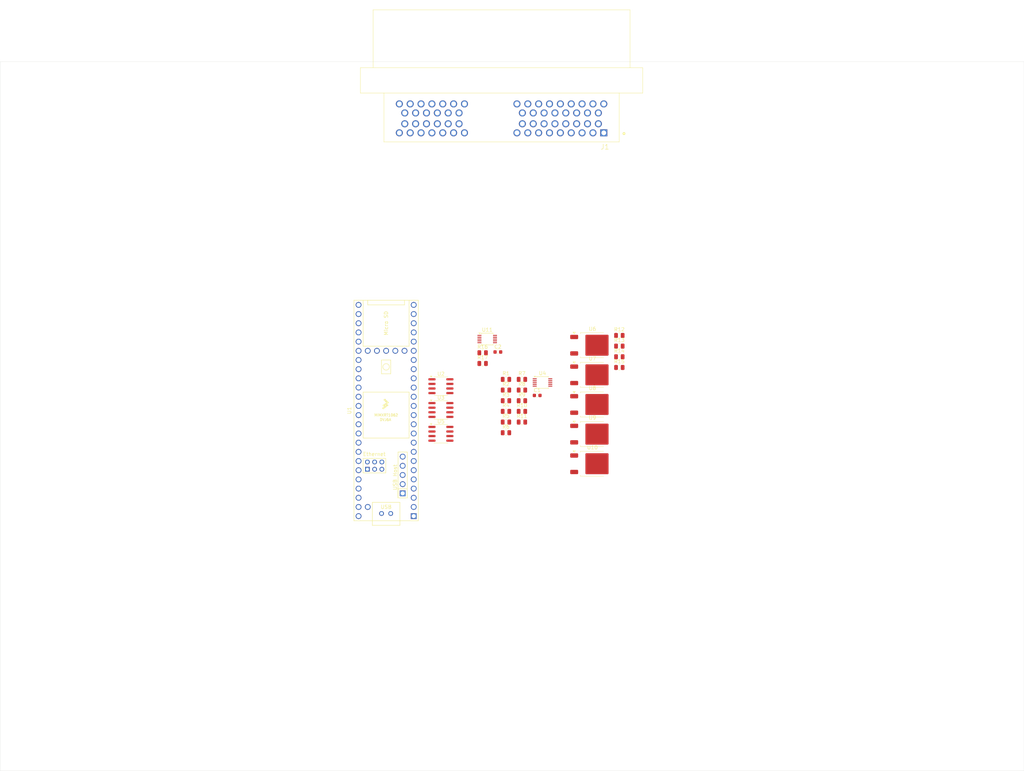
<source format=kicad_pcb>
(kicad_pcb (version 20241229) (generator "pcbnew") (generator_version "9.0")
  (layers (0 "F.Cu" signal) (2 "B.Cu" signal) (13 "F.Paste" user) (15 "B.Paste" user) (5 "F.SilkS" user "F.Silkscreen") (7 "B.SilkS" user "B.Silkscreen") (1 "F.Mask" user) (3 "B.Mask" user) (25 "Edge.Cuts" user))
  (net 0 "")
  (net 1 "3V3")
  (net 2 "ANA_GND")
  (net 3 "BAT_FAN")
  (net 4 "D1")
  (net 5 "GND")
  (net 6 "D2")
  (net 7 "SWITCH_AIR")
  (net 8 "D3")
  (net 9 "BRAKE_LIGHT")
  (net 10 "CANH1")
  (net 11 "CANL1")
  (net 12 "CANH2")
  (net 13 "CANL2")
  (net 14 "Net-(U2-Rs)")
  (net 15 "Net-(U3-Rs)")
  (net 16 "SCL")
  (net 17 "SDA")
  (net 18 "Net-(U5-Rs)")
  (net 19 "CANL3")
  (net 20 "CANH3")
  (net 33 "AIR_RELAYGND")
  (net 45 "ENG_RELAYGND")
  (net 64 "VIN")
  (net 88 "CAN1_TX")
  (net 89 "CAN1_RX")
  (net 91 "CAN2_RX")
  (net 92 "CAN2_TX")
  (net 94 "CAN3_TX")
  (net 96 "CAN3_RX")
  (net 97 "ENG SWITCH")
  (net 98 "AIR SWITCH")
  (net 135 "WS3")
  (net 136 "BRK_PRESS")
  (net 137 "BMS_CAN")
  (net 138 "WS2")
  (net 139 "SUSP4")
  (net 140 "ENG_RLY")
  (net 141 "SUSP2")
  (net 142 "STEER")
  (net 143 "ESC_CAN2")
  (net 144 "WS4")
  (net 145 "APPS2")
  (net 146 "AIR")
  (net 147 "GPOS")
  (net 148 "12V")
  (net 149 "APPS1")
  (net 150 "BRK_LIGHT")
  (net 151 "AMB_TEMP")
  (net 152 "SUSP1")
  (net 153 "SUSP3")
  (net 154 "SWITCH_HY")
  (net 155 "ESC_CAN1")
  (net 156 "WS1")
  (footprint "Package_SO:SOIC-8_3.9x4.9mm_P1.27mm" (layer "F.Cu") (at 118.2675 93.81)
    (property "Reference" "U2" (at 0 -3.4 0) (layer "F.SilkS"))
    (property "Value" "SN65HVD230")
    (fp_line (start 0 -2.56) (end -1.95 -2.56) (stroke (width 0.12)) (layer "F.SilkS"))
    (fp_line (start 0 -2.56) (end 1.95 -2.56) (stroke (width 0.12)) (layer "F.SilkS"))
    (fp_line (start 0 2.56) (end -1.95 2.56) (stroke (width 0.12)) (layer "F.SilkS"))
    (fp_line (start 0 2.56) (end 1.95 2.56) (stroke (width 0.12)) (layer "F.SilkS"))
    (fp_poly (pts (xy -2.7 -2.465) (xy -2.94 -2.795) (xy -2.46 -2.795)) (stroke (width 0.12)) (fill yes) (layer "F.SilkS"))
    (pad "1" smd roundrect (at -2.475 -1.905) (size 1.95 0.6) (layers "F.Cu" "F.Mask" "F.Paste") (net 88 "CAN1_TX"))
    (pad "2" smd roundrect (at -2.475 -0.635) (size 1.95 0.6) (layers "F.Cu" "F.Mask" "F.Paste") (net 2 "ANA_GND"))
    (pad "3" smd roundrect (at -2.475 0.635) (size 1.95 0.6) (layers "F.Cu" "F.Mask" "F.Paste") (net 1 "3V3"))
    (pad "4" smd roundrect (at -2.475 1.905) (size 1.95 0.6) (layers "F.Cu" "F.Mask" "F.Paste") (net 89 "CAN1_RX"))
    (pad "5" smd roundrect (at 2.475 1.905) (size 1.95 0.6) (layers "F.Cu" "F.Mask" "F.Paste"))
    (pad "6" smd roundrect (at 2.475 0.635) (size 1.95 0.6) (layers "F.Cu" "F.Mask" "F.Paste") (net 11 "CANL1"))
    (pad "7" smd roundrect (at 2.475 -0.635) (size 1.95 0.6) (layers "F.Cu" "F.Mask" "F.Paste") (net 10 "CANH1"))
    (pad "8" smd roundrect (at 2.475 -1.905) (size 1.95 0.6) (layers "F.Cu" "F.Mask" "F.Paste") (net 14 "Net-(U2-Rs)"))
  )
  (footprint "Teensy:Teensy41" (layer "F.Cu") (at 103.1268 100.5332 90)
    (property "Reference" "U1" (at 0 -10.16 90) (layer "F.SilkS"))
    (property "Value" "Teensy4.1")
    (fp_line (start 30.48 -8.89) (end 30.48 8.89) (stroke (width 0.15)) (layer "F.SilkS"))
    (fp_line (start -30.48 -8.89) (end 30.48 -8.89) (stroke (width 0.15)) (layer "F.SilkS"))
    (fp_line (start -13.25 -6.3516) (end -17.25 -6.3516) (stroke (width 0.15)) (layer "F.SilkS"))
    (fp_line (start -17.25 -6.3516) (end -17.25 -6.1016) (stroke (width 0.15)) (layer "F.SilkS"))
    (fp_line (start 30.48 -6.35) (end 17.78 -6.35) (stroke (width 0.15)) (layer "F.SilkS"))
    (fp_line (start 17.78 -6.35) (end 17.78 6.35) (stroke (width 0.15)) (layer "F.SilkS"))
    (fp_line (start 5.08 -6.35) (end -7.62 -6.35) (stroke (width 0.15)) (layer "F.SilkS"))
    (fp_line (start -7.62 -6.35) (end -7.62 6.35) (stroke (width 0.15)) (layer "F.SilkS"))
    (fp_line (start -17.25 -6.1016) (end -17.25 -0.1016) (stroke (width 0.15)) (layer "F.SilkS"))
    (fp_line (start 30.48 -5.08) (end 29.21 -5.08) (stroke (width 0.15)) (layer "F.SilkS"))
    (fp_line (start 29.21 -5.08) (end 29.21 5.08) (stroke (width 0.15)) (layer "F.SilkS"))
    (fp_line (start -25.4 -3.81) (end -30.48 -3.81) (stroke (width 0.15)) (layer "F.SilkS"))
    (fp_line (start -31.75 -3.81) (end -30.48 -3.81) (stroke (width 0.15)) (layer "F.SilkS"))
    (fp_line (start 13.97 -1.27) (end 13.97 1.27) (stroke (width 0.15)) (layer "F.SilkS"))
    (fp_line (start 10.16 -1.27) (end 13.97 -1.27) (stroke (width 0.15)) (layer "F.SilkS"))
    (fp_line (start -13.25 -0.1016) (end -13.25 -6.3516) (stroke (width 0.15)) (layer "F.SilkS"))
    (fp_line (start -17.25 -0.1016) (end -13.25 -0.1016) (stroke (width 0.15)) (layer "F.SilkS"))
    (fp_line (start 13.97 1.27) (end 10.16 1.27) (stroke (width 0.15)) (layer "F.SilkS"))
    (fp_line (start 10.16 1.27) (end 10.16 -1.27) (stroke (width 0.15)) (layer "F.SilkS"))
    (fp_line (start -11.4808 3.2992) (end -11.4808 5.8392) (stroke (width 0.15)) (layer "F.SilkS"))
    (fp_line (start -21.6408 3.2992) (end -21.6408 5.8392) (stroke (width 0.15)) (layer "F.SilkS"))
    (fp_line (start -24.1808 3.2992) (end -11.4808 3.2992) (stroke (width 0.15)) (layer "F.SilkS"))
    (fp_line (start -24.1808 3.2992) (end -21.6408 3.2992) (stroke (width 0.15)) (layer "F.SilkS"))
    (fp_line (start -25.4 3.81) (end -25.4 -3.81) (stroke (width 0.15)) (layer "F.SilkS"))
    (fp_line (start -25.4 3.81) (end -30.48 3.81) (stroke (width 0.15)) (layer "F.SilkS"))
    (fp_line (start -30.48 3.81) (end -31.75 3.81) (stroke (width 0.15)) (layer "F.SilkS"))
    (fp_line (start -31.75 3.81) (end -31.75 -3.81) (stroke (width 0.15)) (layer "F.SilkS"))
    (fp_line (start 29.21 5.08) (end 30.48 5.08) (stroke (width 0.15)) (layer "F.SilkS"))
    (fp_line (start -11.4808 5.8392) (end -24.1808 5.8392) (stroke (width 0.15)) (layer "F.SilkS"))
    (fp_line (start -24.1808 5.8392) (end -24.1808 3.2992) (stroke (width 0.15)) (layer "F.SilkS"))
    (fp_line (start 17.78 6.35) (end 30.48 6.35) (stroke (width 0.15)) (layer "F.SilkS"))
    (fp_line (start 5.08 6.35) (end 5.08 -6.35) (stroke (width 0.15)) (layer "F.SilkS"))
    (fp_line (start -7.62 6.35) (end 5.08 6.35) (stroke (width 0.15)) (layer "F.SilkS"))
    (fp_line (start 30.48 8.89) (end -30.48 8.89) (stroke (width 0.15)) (layer "F.SilkS"))
    (fp_line (start -30.48 8.89) (end -30.48 -8.89) (stroke (width 0.15)) (layer "F.SilkS"))
    (fp_circle (center 12.065 0) (end 12.7 -0.635) (stroke (width 0.15)) (fill no) (layer "F.SilkS"))
    (fp_poly (pts (xy 0.911 -0.688) (xy 0.657 -0.434) (xy 0.403 -0.815) (xy 0.657 -1.069)) (stroke (width 0.1)) (fill yes) (layer "F.SilkS"))
    (fp_poly (pts (xy 1.673 -0.561) (xy 1.419 -0.307) (xy 1.165 -0.688) (xy 1.419 -0.942)) (stroke (width 0.1)) (fill yes) (layer "F.SilkS"))
    (fp_poly (pts (xy 3.197 -0.307) (xy 2.943 -0.053) (xy 2.689 -0.434) (xy 2.943 -0.688)) (stroke (width 0.1)) (fill yes) (layer "F.SilkS"))
    (fp_poly (pts (xy 1.292 -0.18) (xy 1.038 0.074) (xy 0.784 -0.307) (xy 1.038 -0.561)) (stroke (width 0.1)) (fill yes) (layer "F.SilkS"))
    (fp_poly (pts (xy 2.054 -0.053) (xy 1.8 0.201) (xy 1.546 -0.18) (xy 1.8 -0.434)) (stroke (width 0.1)) (fill yes) (layer "F.SilkS"))
    (fp_poly (pts (xy 2.816 0.074) (xy 2.562 0.328) (xy 2.308 -0.053) (xy 2.562 -0.307)) (stroke (width 0.1)) (fill yes) (layer "F.SilkS"))
    (fp_poly (pts (xy 1.673 0.328) (xy 1.419 0.582) (xy 1.165 0.201) (xy 1.419 -0.053)) (stroke (width 0.1)) (fill yes) (layer "F.SilkS"))
    (fp_poly (pts (xy 2.435 0.455) (xy 2.181 0.709) (xy 1.927 0.328) (xy 2.181 0.074)) (stroke (width 0.1)) (fill yes) (layer "F.SilkS"))
    (fp_text user "Ethernet" (at -12.065 -3.2766 0) (layer "F.SilkS"))
    (fp_text user "DVJ6A" (at -2.54 -0.18 0) (layer "F.SilkS") (effects (font (size 0.7 0.7))))
    (fp_text user "USB" (at -26.67 0 0) (layer "F.SilkS"))
    (fp_text user "USB Host" (at -18.4658 2.4892 90) (layer "F.SilkS"))
    (fp_text user "Micro SD" (at 24.13 0 90) (layer "F.SilkS"))
    (fp_text user "MIMXRT1062" (at -1.27 0 0) (layer "F.SilkS") (effects (font (size 0.7 0.7))))
    (pad "1" thru_hole rect (at -29.21 7.62 90) (size 1.6 1.6) (drill 1.1) (layers "*.Cu" "*.Mask") (net 5 "GND"))
    (pad "2" thru_hole circle (at -26.67 7.62 90) (size 1.6 1.6) (drill 1.1) (layers "*.Cu" "*.Mask"))
    (pad "3" thru_hole circle (at -24.13 7.62 90) (size 1.6 1.6) (drill 1.1) (layers "*.Cu" "*.Mask"))
    (pad "4" thru_hole circle (at -21.59 7.62 90) (size 1.6 1.6) (drill 1.1) (layers "*.Cu" "*.Mask"))
    (pad "5" thru_hole circle (at -19.05 7.62 90) (size 1.6 1.6) (drill 1.1) (layers "*.Cu" "*.Mask"))
    (pad "6" thru_hole circle (at -16.51 7.62 90) (size 1.6 1.6) (drill 1.1) (layers "*.Cu" "*.Mask"))
    (pad "7" thru_hole circle (at -13.97 7.62 90) (size 1.6 1.6) (drill 1.1) (layers "*.Cu" "*.Mask"))
    (pad "8" thru_hole circle (at -11.43 7.62 90) (size 1.6 1.6) (drill 1.1) (layers "*.Cu" "*.Mask"))
    (pad "9" thru_hole circle (at -8.89 7.62 90) (size 1.6 1.6) (drill 1.1) (layers "*.Cu" "*.Mask"))
    (pad "10" thru_hole circle (at -6.35 7.62 90) (size 1.6 1.6) (drill 1.1) (layers "*.Cu" "*.Mask"))
    (pad "11" thru_hole circle (at -3.81 7.62 90) (size 1.6 1.6) (drill 1.1) (layers "*.Cu" "*.Mask"))
    (pad "12" thru_hole circle (at -1.27 7.62 90) (size 1.6 1.6) (drill 1.1) (layers "*.Cu" "*.Mask"))
    (pad "13" thru_hole circle (at 1.27 7.62 90) (size 1.6 1.6) (drill 1.1) (layers "*.Cu" "*.Mask"))
    (pad "14" thru_hole circle (at 3.81 7.62 90) (size 1.6 1.6) (drill 1.1) (layers "*.Cu" "*.Mask"))
    (pad "15" thru_hole circle (at 6.35 7.62 90) (size 1.6 1.6) (drill 1.1) (layers "*.Cu" "*.Mask"))
    (pad "16" thru_hole circle (at 8.89 7.62 90) (size 1.6 1.6) (drill 1.1) (layers "*.Cu" "*.Mask"))
    (pad "17" thru_hole circle (at 11.43 7.62 90) (size 1.6 1.6) (drill 1.1) (layers "*.Cu" "*.Mask"))
    (pad "18" thru_hole circle (at 13.97 7.62 90) (size 1.6 1.6) (drill 1.1) (layers "*.Cu" "*.Mask"))
    (pad "19" thru_hole circle (at 16.51 7.62 90) (size 1.6 1.6) (drill 1.1) (layers "*.Cu" "*.Mask"))
    (pad "20" thru_hole circle (at 19.05 7.62 90) (size 1.6 1.6) (drill 1.1) (layers "*.Cu" "*.Mask"))
    (pad "21" thru_hole circle (at 21.59 7.62 90) (size 1.6 1.6) (drill 1.1) (layers "*.Cu" "*.Mask"))
    (pad "22" thru_hole circle (at 24.13 7.62 90) (size 1.6 1.6) (drill 1.1) (layers "*.Cu" "*.Mask"))
    (pad "23" thru_hole circle (at 26.67 7.62 90) (size 1.6 1.6) (drill 1.1) (layers "*.Cu" "*.Mask"))
    (pad "24" thru_hole circle (at 29.21 7.62 90) (size 1.6 1.6) (drill 1.1) (layers "*.Cu" "*.Mask"))
    (pad "25" thru_hole circle (at 29.21 -7.62 90) (size 1.6 1.6) (drill 1.1) (layers "*.Cu" "*.Mask"))
    (pad "26" thru_hole circle (at 26.67 -7.62 90) (size 1.6 1.6) (drill 1.1) (layers "*.Cu" "*.Mask"))
    (pad "27" thru_hole circle (at 24.13 -7.62 90) (size 1.6 1.6) (drill 1.1) (layers "*.Cu" "*.Mask"))
    (pad "28" thru_hole circle (at 21.59 -7.62 90) (size 1.6 1.6) (drill 1.1) (layers "*.Cu" "*.Mask"))
    (pad "29" thru_hole circle (at 19.05 -7.62 90) (size 1.6 1.6) (drill 1.1) (layers "*.Cu" "*.Mask"))
    (pad "30" thru_hole circle (at 16.51 -7.62 90) (size 1.6 1.6) (drill 1.1) (layers "*.Cu" "*.Mask"))
    (pad "31" thru_hole circle (at 13.97 -7.62 90) (size 1.6 1.6) (drill 1.1) (layers "*.Cu" "*.Mask"))
    (pad "32" thru_hole circle (at 11.43 -7.62 90) (size 1.6 1.6) (drill 1.1) (layers "*.Cu" "*.Mask"))
    (pad "33" thru_hole circle (at 8.89 -7.62 90) (size 1.6 1.6) (drill 1.1) (layers "*.Cu" "*.Mask"))
    (pad "34" thru_hole circle (at 6.35 -7.62 90) (size 1.6 1.6) (drill 1.1) (layers "*.Cu" "*.Mask"))
    (pad "35" thru_hole circle (at 3.81 -7.62 90) (size 1.6 1.6) (drill 1.1) (layers "*.Cu" "*.Mask"))
    (pad "36" thru_hole circle (at 1.27 -7.62 90) (size 1.6 1.6) (drill 1.1) (layers "*.Cu" "*.Mask"))
    (pad "37" thru_hole circle (at -1.27 -7.62 90) (size 1.6 1.6) (drill 1.1) (layers "*.Cu" "*.Mask"))
    (pad "38" thru_hole circle (at -3.81 -7.62 90) (size 1.6 1.6) (drill 1.1) (layers "*.Cu" "*.Mask"))
    (pad "39" thru_hole circle (at -6.35 -7.62 90) (size 1.6 1.6) (drill 1.1) (layers "*.Cu" "*.Mask"))
    (pad "40" thru_hole circle (at -8.89 -7.62 90) (size 1.6 1.6) (drill 1.1) (layers "*.Cu" "*.Mask"))
    (pad "41" thru_hole circle (at -11.43 -7.62 90) (size 1.6 1.6) (drill 1.1) (layers "*.Cu" "*.Mask"))
    (pad "42" thru_hole circle (at -13.97 -7.62 90) (size 1.6 1.6) (drill 1.1) (layers "*.Cu" "*.Mask"))
    (pad "43" thru_hole circle (at -16.51 -7.62 90) (size 1.6 1.6) (drill 1.1) (layers "*.Cu" "*.Mask"))
    (pad "44" thru_hole circle (at -19.05 -7.62 90) (size 1.6 1.6) (drill 1.1) (layers "*.Cu" "*.Mask"))
    (pad "45" thru_hole circle (at -21.59 -7.62 90) (size 1.6 1.6) (drill 1.1) (layers "*.Cu" "*.Mask"))
    (pad "46" thru_hole circle (at -24.13 -7.62 90) (size 1.6 1.6) (drill 1.1) (layers "*.Cu" "*.Mask") (net 1 "3V3"))
    (pad "47" thru_hole circle (at -26.67 -7.62 90) (size 1.6 1.6) (drill 1.1) (layers "*.Cu" "*.Mask") (net 5 "GND"))
    (pad "48" thru_hole circle (at -29.21 -7.62 90) (size 1.6 1.6) (drill 1.1) (layers "*.Cu" "*.Mask") (net 64 "VIN"))
    (pad "49" thru_hole circle (at -26.67 -5.08 90) (size 1.6 1.6) (drill 1.1) (layers "*.Cu" "*.Mask"))
    (pad "50" thru_hole circle (at 16.51 5.08 90) (size 1.6 1.6) (drill 1.1) (layers "*.Cu" "*.Mask"))
    (pad "51" thru_hole circle (at 16.51 2.54 90) (size 1.6 1.6) (drill 1.1) (layers "*.Cu" "*.Mask"))
    (pad "52" thru_hole circle (at 16.51 0 90) (size 1.6 1.6) (drill 1.1) (layers "*.Cu" "*.Mask"))
    (pad "53" thru_hole circle (at 16.51 -2.54 90) (size 1.6 1.6) (drill 1.1) (layers "*.Cu" "*.Mask"))
    (pad "54" thru_hole circle (at 16.51 -5.08 90) (size 1.6 1.6) (drill 1.1) (layers "*.Cu" "*.Mask"))
    (pad "55" thru_hole rect (at -22.9108 4.5692 90) (size 1.6 1.6) (drill 1.1) (layers "*.Cu" "*.Mask"))
    (pad "56" thru_hole circle (at -20.3708 4.5692 90) (size 1.6 1.6) (drill 1.1) (layers "*.Cu" "*.Mask"))
    (pad "57" thru_hole circle (at -17.8308 4.5692 90) (size 1.6 1.6) (drill 1.1) (layers "*.Cu" "*.Mask"))
    (pad "58" thru_hole circle (at -15.2908 4.5692 90) (size 1.6 1.6) (drill 1.1) (layers "*.Cu" "*.Mask"))
    (pad "59" thru_hole circle (at -12.7508 4.5692 90) (size 1.6 1.6) (drill 1.1) (layers "*.Cu" "*.Mask"))
    (pad "60" thru_hole rect (at -16.24 -5.1816 90) (size 1.3 1.3) (drill 0.8) (layers "*.Cu" "*.Mask"))
    (pad "61" thru_hole circle (at -16.24 -3.1816 90) (size 1.3 1.3) (drill 0.8) (layers "*.Cu" "*.Mask"))
    (pad "62" thru_hole circle (at -16.24 -1.1816 90) (size 1.3 1.3) (drill 0.8) (layers "*.Cu" "*.Mask"))
    (pad "63" thru_hole circle (at -14.24 -1.1816 90) (size 1.3 1.3) (drill 0.8) (layers "*.Cu" "*.Mask"))
    (pad "64" thru_hole circle (at -14.24 -3.1816 90) (size 1.3 1.3) (drill 0.8) (layers "*.Cu" "*.Mask"))
    (pad "65" thru_hole circle (at -14.24 -5.1816 90) (size 1.3 1.3) (drill 0.8) (layers "*.Cu" "*.Mask"))
    (pad "66" thru_hole circle (at -28.48 -1.27 90) (size 1.3 1.3) (drill 0.8) (layers "*.Cu" "*.Mask"))
    (pad "67" thru_hole circle (at -28.48 1.27 90) (size 1.3 1.3) (drill 0.8) (layers "*.Cu" "*.Mask"))
  )
  (footprint "Resistor_SMD:R_0805_2012Metric" (layer "F.Cu") (at 167.573 82.73)
    (property "Reference" "R13" (at 0 -1.65 0) (layer "F.SilkS"))
    (property "Value" "5k")
    (fp_line (start -0.227064 -0.735) (end 0.227064 -0.735) (stroke (width 0.12)) (layer "F.SilkS"))
    (fp_line (start -0.227064 0.735) (end 0.227064 0.735) (stroke (width 0.12)) (layer "F.SilkS"))
    (pad "1" smd roundrect (at -0.9125 0) (size 1.025 1.4) (layers "F.Cu" "F.Mask" "F.Paste") (roundrect_rratio 0.243902) (net 45 "ENG_RELAYGND"))
    (pad "2" smd roundrect (at 0.9125 0) (size 1.025 1.4) (layers "F.Cu" "F.Mask" "F.Paste") (roundrect_rratio 0.243902) (net 5 "GND"))
  )
  (footprint "Resistor_SMD:R_0805_2012Metric" (layer "F.Cu") (at 136.2475 94.88)
    (property "Reference" "R2" (at 0 -1.65 0) (layer "F.SilkS"))
    (property "Value" "R")
    (fp_line (start -0.227064 -0.735) (end 0.227064 -0.735) (stroke (width 0.12)) (layer "F.SilkS"))
    (fp_line (start -0.227064 0.735) (end 0.227064 0.735) (stroke (width 0.12)) (layer "F.SilkS"))
    (pad "1" smd roundrect (at -0.9125 0) (size 1.025 1.4) (layers "F.Cu" "F.Mask" "F.Paste") (roundrect_rratio 0.243902) (net 12 "CANH2"))
    (pad "2" smd roundrect (at 0.9125 0) (size 1.025 1.4) (layers "F.Cu" "F.Mask" "F.Paste") (roundrect_rratio 0.243902) (net 13 "CANL2"))
  )
  (footprint "Resistor_SMD:R_0805_2012Metric" (layer "F.Cu") (at 167.573 88.63)
    (property "Reference" "R15" (at 0 -1.65 0) (layer "F.SilkS"))
    (property "Value" "5k")
    (fp_line (start -0.227064 -0.735) (end 0.227064 -0.735) (stroke (width 0.12)) (layer "F.SilkS"))
    (fp_line (start -0.227064 0.735) (end 0.227064 0.735) (stroke (width 0.12)) (layer "F.SilkS"))
    (pad "1" smd roundrect (at -0.9125 0) (size 1.025 1.4) (layers "F.Cu" "F.Mask" "F.Paste") (roundrect_rratio 0.243902) (net 1 "3V3"))
    (pad "2" smd roundrect (at 0.9125 0) (size 1.025 1.4) (layers "F.Cu" "F.Mask" "F.Paste") (roundrect_rratio 0.243902) (net 98 "AIR SWITCH"))
  )
  (footprint "Package_SO:SOIC-8_3.9x4.9mm_P1.27mm" (layer "F.Cu") (at 118.2675 100.39)
    (property "Reference" "U3" (at 0 -3.4 0) (layer "F.SilkS"))
    (property "Value" "SN65HVD230")
    (fp_line (start 0 -2.56) (end -1.95 -2.56) (stroke (width 0.12)) (layer "F.SilkS"))
    (fp_line (start 0 -2.56) (end 1.95 -2.56) (stroke (width 0.12)) (layer "F.SilkS"))
    (fp_line (start 0 2.56) (end -1.95 2.56) (stroke (width 0.12)) (layer "F.SilkS"))
    (fp_line (start 0 2.56) (end 1.95 2.56) (stroke (width 0.12)) (layer "F.SilkS"))
    (fp_poly (pts (xy -2.7 -2.465) (xy -2.94 -2.795) (xy -2.46 -2.795)) (stroke (width 0.12)) (fill yes) (layer "F.SilkS"))
    (pad "1" smd roundrect (at -2.475 -1.905) (size 1.95 0.6) (layers "F.Cu" "F.Mask" "F.Paste") (net 92 "CAN2_TX"))
    (pad "2" smd roundrect (at -2.475 -0.635) (size 1.95 0.6) (layers "F.Cu" "F.Mask" "F.Paste") (net 2 "ANA_GND"))
    (pad "3" smd roundrect (at -2.475 0.635) (size 1.95 0.6) (layers "F.Cu" "F.Mask" "F.Paste") (net 1 "3V3"))
    (pad "4" smd roundrect (at -2.475 1.905) (size 1.95 0.6) (layers "F.Cu" "F.Mask" "F.Paste") (net 91 "CAN2_RX"))
    (pad "5" smd roundrect (at 2.475 1.905) (size 1.95 0.6) (layers "F.Cu" "F.Mask" "F.Paste"))
    (pad "6" smd roundrect (at 2.475 0.635) (size 1.95 0.6) (layers "F.Cu" "F.Mask" "F.Paste") (net 13 "CANL2"))
    (pad "7" smd roundrect (at 2.475 -0.635) (size 1.95 0.6) (layers "F.Cu" "F.Mask" "F.Paste") (net 12 "CANH2"))
    (pad "8" smd roundrect (at 2.475 -1.905) (size 1.95 0.6) (layers "F.Cu" "F.Mask" "F.Paste") (net 15 "Net-(U3-Rs)"))
  )
  (footprint "Resistor_SMD:R_0805_2012Metric" (layer "F.Cu") (at 140.6575 94.88)
    (property "Reference" "R8" (at 0 -1.65 0) (layer "F.SilkS"))
    (property "Value" "R")
    (fp_line (start -0.227064 -0.735) (end 0.227064 -0.735) (stroke (width 0.12)) (layer "F.SilkS"))
    (fp_line (start -0.227064 0.735) (end 0.227064 0.735) (stroke (width 0.12)) (layer "F.SilkS"))
    (pad "1" smd roundrect (at -0.9125 0) (size 1.025 1.4) (layers "F.Cu" "F.Mask" "F.Paste") (roundrect_rratio 0.243902) (net 20 "CANH3"))
    (pad "2" smd roundrect (at 0.9125 0) (size 1.025 1.4) (layers "F.Cu" "F.Mask" "F.Paste") (roundrect_rratio 0.243902) (net 19 "CANL3"))
  )
  (footprint "Capacitor_SMD:C_0603_1608Metric" (layer "F.Cu") (at 144.8675 96.36)
    (property "Reference" "C1" (at 0 -1.43 0) (layer "F.SilkS"))
    (property "Value" "0.1uF")
    (fp_line (start -0.14058 -0.51) (end 0.14058 -0.51) (stroke (width 0.12)) (layer "F.SilkS"))
    (fp_line (start -0.14058 0.51) (end 0.14058 0.51) (stroke (width 0.12)) (layer "F.SilkS"))
    (pad "1" smd roundrect (at -0.775 0) (size 0.9 0.95) (layers "F.Cu" "F.Mask" "F.Paste") (net 2 "ANA_GND"))
    (pad "2" smd roundrect (at 0.775 0) (size 0.9 0.95) (layers "F.Cu" "F.Mask" "F.Paste") (net 1 "3V3"))
  )
  (footprint "Resistor_SMD:R_0805_2012Metric" (layer "F.Cu") (at 140.6575 97.83)
    (property "Reference" "R9" (at 0 -1.65 0) (layer "F.SilkS"))
    (property "Value" "5k")
    (fp_line (start -0.227064 -0.735) (end 0.227064 -0.735) (stroke (width 0.12)) (layer "F.SilkS"))
    (fp_line (start -0.227064 0.735) (end 0.227064 0.735) (stroke (width 0.12)) (layer "F.SilkS"))
    (pad "1" smd roundrect (at -0.9125 0) (size 1.025 1.4) (layers "F.Cu" "F.Mask" "F.Paste") (roundrect_rratio 0.243902) (net 8 "D3"))
    (pad "2" smd roundrect (at 0.9125 0) (size 1.025 1.4) (layers "F.Cu" "F.Mask" "F.Paste") (roundrect_rratio 0.243902) (net 5 "GND"))
  )
  (footprint "Package_TO_SOT_SMD:TO-252-2" (layer "F.Cu") (at 160.133 107.06)
    (property "Reference" "U9" (at 0 -4.5 0) (layer "F.SilkS"))
    (property "Value" "~")
    (fp_line (start -3.31 -3.45) (end -3.31 -3.18) (stroke (width 0.12)) (layer "F.SilkS"))
    (fp_line (start -3.31 3.45) (end -3.31 3.18) (stroke (width 0.12)) (layer "F.SilkS"))
    (fp_line (start 3.11 -3.45) (end -3.31 -3.45) (stroke (width 0.12)) (layer "F.SilkS"))
    (fp_line (start 3.11 3.45) (end -3.31 3.45) (stroke (width 0.12)) (layer "F.SilkS"))
    (fp_poly (pts (xy -5.04 -3.14) (xy -5.38 -3.61) (xy -4.7 -3.61)) (stroke (width 0.12)) (fill yes) (layer "F.SilkS"))
    (pad "1" smd roundrect (at -5.04 -2.28) (size 2.2 1.2) (layers "F.Cu" "F.Mask" "F.Paste") (roundrect_rratio 0.208333) (net 33 "AIR_RELAYGND"))
    (pad "2" smd roundrect (at 1.26 0) (size 6.4 5.8) (layers "F.Cu" "F.Mask") (roundrect_rratio 0.043103) (net 98 "AIR SWITCH"))
    (pad "3" smd roundrect (at -5.04 2.28) (size 2.2 1.2) (layers "F.Cu" "F.Mask" "F.Paste") (roundrect_rratio 0.208333) (net 5 "GND"))
  )
  (footprint "Package_SO:SOIC-8_3.9x4.9mm_P1.27mm" (layer "F.Cu") (at 118.2675 106.97)
    (property "Reference" "U5" (at 0 -3.4 0) (layer "F.SilkS"))
    (property "Value" "SN65HVD230")
    (fp_line (start 0 -2.56) (end -1.95 -2.56) (stroke (width 0.12)) (layer "F.SilkS"))
    (fp_line (start 0 -2.56) (end 1.95 -2.56) (stroke (width 0.12)) (layer "F.SilkS"))
    (fp_line (start 0 2.56) (end -1.95 2.56) (stroke (width 0.12)) (layer "F.SilkS"))
    (fp_line (start 0 2.56) (end 1.95 2.56) (stroke (width 0.12)) (layer "F.SilkS"))
    (fp_poly (pts (xy -2.7 -2.465) (xy -2.94 -2.795) (xy -2.46 -2.795)) (stroke (width 0.12)) (fill yes) (layer "F.SilkS"))
    (pad "1" smd roundrect (at -2.475 -1.905) (size 1.95 0.6) (layers "F.Cu" "F.Mask" "F.Paste") (net 94 "CAN3_TX"))
    (pad "2" smd roundrect (at -2.475 -0.635) (size 1.95 0.6) (layers "F.Cu" "F.Mask" "F.Paste") (net 2 "ANA_GND"))
    (pad "3" smd roundrect (at -2.475 0.635) (size 1.95 0.6) (layers "F.Cu" "F.Mask" "F.Paste") (net 1 "3V3"))
    (pad "4" smd roundrect (at -2.475 1.905) (size 1.95 0.6) (layers "F.Cu" "F.Mask" "F.Paste") (net 96 "CAN3_RX"))
    (pad "5" smd roundrect (at 2.475 1.905) (size 1.95 0.6) (layers "F.Cu" "F.Mask" "F.Paste"))
    (pad "6" smd roundrect (at 2.475 0.635) (size 1.95 0.6) (layers "F.Cu" "F.Mask" "F.Paste") (net 19 "CANL3"))
    (pad "7" smd roundrect (at 2.475 -0.635) (size 1.95 0.6) (layers "F.Cu" "F.Mask" "F.Paste") (net 20 "CANH3"))
    (pad "8" smd roundrect (at 2.475 -1.905) (size 1.95 0.6) (layers "F.Cu" "F.Mask" "F.Paste") (net 18 "Net-(U5-Rs)"))
  )
  (footprint "Package_TO_SOT_SMD:TO-252-2" (layer "F.Cu") (at 160.133 98.865)
    (property "Reference" "U8" (at 0 -4.5 0) (layer "F.SilkS"))
    (property "Value" "~")
    (fp_line (start -3.31 -3.45) (end -3.31 -3.18) (stroke (width 0.12)) (layer "F.SilkS"))
    (fp_line (start -3.31 3.45) (end -3.31 3.18) (stroke (width 0.12)) (layer "F.SilkS"))
    (fp_line (start 3.11 -3.45) (end -3.31 -3.45) (stroke (width 0.12)) (layer "F.SilkS"))
    (fp_line (start 3.11 3.45) (end -3.31 3.45) (stroke (width 0.12)) (layer "F.SilkS"))
    (fp_poly (pts (xy -5.04 -3.14) (xy -5.38 -3.61) (xy -4.7 -3.61)) (stroke (width 0.12)) (fill yes) (layer "F.SilkS"))
    (pad "1" smd roundrect (at -5.04 -2.28) (size 2.2 1.2) (layers "F.Cu" "F.Mask" "F.Paste") (roundrect_rratio 0.208333) (net 3 "BAT_FAN"))
    (pad "2" smd roundrect (at 1.26 0) (size 6.4 5.8) (layers "F.Cu" "F.Mask") (roundrect_rratio 0.043103) (net 4 "D1"))
    (pad "3" smd roundrect (at -5.04 2.28) (size 2.2 1.2) (layers "F.Cu" "F.Mask" "F.Paste") (roundrect_rratio 0.208333) (net 5 "GND"))
  )
  (footprint "Resistor_SMD:R_0805_2012Metric" (layer "F.Cu") (at 129.794 84.572)
    (property "Reference" "R16" (at 0 -1.65 0) (layer "F.SilkS"))
    (property "Value" "10K")
    (fp_line (start -0.227064 -0.735) (end 0.227064 -0.735) (stroke (width 0.12)) (layer "F.SilkS"))
    (fp_line (start -0.227064 0.735) (end 0.227064 0.735) (stroke (width 0.12)) (layer "F.SilkS"))
    (pad "1" smd roundrect (at -0.9125 0) (size 1.025 1.4) (layers "F.Cu" "F.Mask" "F.Paste") (roundrect_rratio 0.243902) (net 1 "3V3"))
    (pad "2" smd roundrect (at 0.9125 0) (size 1.025 1.4) (layers "F.Cu" "F.Mask" "F.Paste") (roundrect_rratio 0.243902) (net 17 "SDA"))
  )
  (footprint "Resistor_SMD:R_0805_2012Metric" (layer "F.Cu") (at 167.573 85.68)
    (property "Reference" "R14" (at 0 -1.65 0) (layer "F.SilkS"))
    (property "Value" "5k")
    (fp_line (start -0.227064 -0.735) (end 0.227064 -0.735) (stroke (width 0.12)) (layer "F.SilkS"))
    (fp_line (start -0.227064 0.735) (end 0.227064 0.735) (stroke (width 0.12)) (layer "F.SilkS"))
    (pad "1" smd roundrect (at -0.9125 0) (size 1.025 1.4) (layers "F.Cu" "F.Mask" "F.Paste") (roundrect_rratio 0.243902) (net 1 "3V3"))
    (pad "2" smd roundrect (at 0.9125 0) (size 1.025 1.4) (layers "F.Cu" "F.Mask" "F.Paste") (roundrect_rratio 0.243902) (net 97 "ENG SWITCH"))
  )
  (footprint "Resistor_SMD:R_0805_2012Metric" (layer "F.Cu") (at 136.2475 100.78)
    (property "Reference" "R4" (at 0 -1.65 0) (layer "F.SilkS"))
    (property "Value" "R")
    (fp_line (start -0.227064 -0.735) (end 0.227064 -0.735) (stroke (width 0.12)) (layer "F.SilkS"))
    (fp_line (start -0.227064 0.735) (end 0.227064 0.735) (stroke (width 0.12)) (layer "F.SilkS"))
    (pad "1" smd roundrect (at -0.9125 0) (size 1.025 1.4) (layers "F.Cu" "F.Mask" "F.Paste") (roundrect_rratio 0.243902) (net 5 "GND"))
    (pad "2" smd roundrect (at 0.9125 0) (size 1.025 1.4) (layers "F.Cu" "F.Mask" "F.Paste") (roundrect_rratio 0.243902) (net 15 "Net-(U3-Rs)"))
  )
  (footprint "Resistor_SMD:R_0805_2012Metric" (layer "F.Cu") (at 129.794 87.522)
    (property "Reference" "R17" (at 0 -1.65 0) (layer "F.SilkS"))
    (property "Value" "10K")
    (fp_line (start -0.227064 -0.735) (end 0.227064 -0.735) (stroke (width 0.12)) (layer "F.SilkS"))
    (fp_line (start -0.227064 0.735) (end 0.227064 0.735) (stroke (width 0.12)) (layer "F.SilkS"))
    (pad "1" smd roundrect (at -0.9125 0) (size 1.025 1.4) (layers "F.Cu" "F.Mask" "F.Paste") (roundrect_rratio 0.243902) (net 1 "3V3"))
    (pad "2" smd roundrect (at 0.9125 0) (size 1.025 1.4) (layers "F.Cu" "F.Mask" "F.Paste") (roundrect_rratio 0.243902) (net 16 "SCL"))
  )
  (footprint "Resistor_SMD:R_0805_2012Metric" (layer "F.Cu") (at 140.6575 103.73)
    (property "Reference" "R11" (at 0 -1.65 0) (layer "F.SilkS"))
    (property "Value" "5k")
    (fp_line (start -0.227064 -0.735) (end 0.227064 -0.735) (stroke (width 0.12)) (layer "F.SilkS"))
    (fp_line (start -0.227064 0.735) (end 0.227064 0.735) (stroke (width 0.12)) (layer "F.SilkS"))
    (pad "1" smd roundrect (at -0.9125 0) (size 1.025 1.4) (layers "F.Cu" "F.Mask" "F.Paste") (roundrect_rratio 0.243902) (net 4 "D1"))
    (pad "2" smd roundrect (at 0.9125 0) (size 1.025 1.4) (layers "F.Cu" "F.Mask" "F.Paste") (roundrect_rratio 0.243902) (net 5 "GND"))
  )
  (footprint "Resistor_SMD:R_0805_2012Metric" (layer "F.Cu") (at 140.6575 91.93)
    (property "Reference" "R7" (at 0 -1.65 0) (layer "F.SilkS"))
    (property "Value" "R")
    (fp_line (start -0.227064 -0.735) (end 0.227064 -0.735) (stroke (width 0.12)) (layer "F.SilkS"))
    (fp_line (start -0.227064 0.735) (end 0.227064 0.735) (stroke (width 0.12)) (layer "F.SilkS"))
    (pad "1" smd roundrect (at -0.9125 0) (size 1.025 1.4) (layers "F.Cu" "F.Mask" "F.Paste") (roundrect_rratio 0.243902) (net 5 "GND"))
    (pad "2" smd roundrect (at 0.9125 0) (size 1.025 1.4) (layers "F.Cu" "F.Mask" "F.Paste") (roundrect_rratio 0.243902) (net 18 "Net-(U5-Rs)"))
  )
  (footprint "Package_SO:TSSOP-10_3x3mm_P0.5mm" (layer "F.Cu") (at 131.064 80.772)
    (property "Reference" "U11" (at 0 -2.55 0) (layer "F.SilkS"))
    (property "Value" "ADS1115IDGS")
    (fp_line (start -1.625 -1.625) (end -1.625 -1.4) (stroke (width 0.15)) (layer "F.SilkS"))
    (fp_line (start -1.625 -1.625) (end 1.625 -1.625) (stroke (width 0.15)) (layer "F.SilkS"))
    (fp_line (start -1.625 1.625) (end -1.625 1.4) (stroke (width 0.15)) (layer "F.SilkS"))
    (fp_line (start -1.625 1.625) (end 1.625 1.625) (stroke (width 0.15)) (layer "F.SilkS"))
    (fp_line (start 1.625 -1.625) (end 1.625 -1.4) (stroke (width 0.15)) (layer "F.SilkS"))
    (fp_line (start 1.625 1.625) (end 1.625 1.4) (stroke (width 0.15)) (layer "F.SilkS"))
    (fp_poly (pts (xy -2.1 -1.4) (xy -2.34 -1.73) (xy -1.86 -1.73) (xy -2.1 -1.4)) (stroke (width 0.12)) (fill yes) (layer "F.SilkS"))
    (pad "1" smd rect (at -2.15 -1) (size 1.1 0.25) (layers "F.Cu" "F.Mask" "F.Paste") (net 2 "ANA_GND"))
    (pad "2" smd rect (at -2.15 -0.5) (size 1.1 0.25) (layers "F.Cu" "F.Mask" "F.Paste"))
    (pad "3" smd rect (at -2.15 0) (size 1.1 0.25) (layers "F.Cu" "F.Mask" "F.Paste") (net 2 "ANA_GND"))
    (pad "4" smd rect (at -2.15 0.5) (size 1.1 0.25) (layers "F.Cu" "F.Mask" "F.Paste") (net 136 "BRK_PRESS"))
    (pad "5" smd rect (at -2.15 1) (size 1.1 0.25) (layers "F.Cu" "F.Mask" "F.Paste"))
    (pad "6" smd rect (at 2.15 1) (size 1.1 0.25) (layers "F.Cu" "F.Mask" "F.Paste"))
    (pad "7" smd rect (at 2.15 0.5) (size 1.1 0.25) (layers "F.Cu" "F.Mask" "F.Paste"))
    (pad "8" smd rect (at 2.15 0) (size 1.1 0.25) (layers "F.Cu" "F.Mask" "F.Paste") (net 1 "3V3"))
    (pad "9" smd rect (at 2.15 -0.5) (size 1.1 0.25) (layers "F.Cu" "F.Mask" "F.Paste") (net 17 "SDA"))
    (pad "10" smd rect (at 2.15 -1) (size 1.1 0.25) (layers "F.Cu" "F.Mask" "F.Paste") (net 16 "SCL"))
  )
  (footprint "Capacitor_SMD:C_0603_1608Metric" (layer "F.Cu") (at 134.004 84.352)
    (property "Reference" "C2" (at 0 -1.43 0) (layer "F.SilkS"))
    (property "Value" "0.1uF")
    (fp_line (start -0.14058 -0.51) (end 0.14058 -0.51) (stroke (width 0.12)) (layer "F.SilkS"))
    (fp_line (start -0.14058 0.51) (end 0.14058 0.51) (stroke (width 0.12)) (layer "F.SilkS"))
    (pad "1" smd roundrect (at -0.775 0) (size 0.9 0.95) (layers "F.Cu" "F.Mask" "F.Paste") (net 2 "ANA_GND"))
    (pad "2" smd roundrect (at 0.775 0) (size 0.9 0.95) (layers "F.Cu" "F.Mask" "F.Paste") (net 1 "3V3"))
  )
  (footprint "Resistor_SMD:R_0805_2012Metric" (layer "F.Cu") (at 136.2475 103.73)
    (property "Reference" "R5" (at 0 -1.65 0) (layer "F.SilkS"))
    (property "Value" "10K")
    (fp_line (start -0.227064 -0.735) (end 0.227064 -0.735) (stroke (width 0.12)) (layer "F.SilkS"))
    (fp_line (start -0.227064 0.735) (end 0.227064 0.735) (stroke (width 0.12)) (layer "F.SilkS"))
    (pad "1" smd roundrect (at -0.9125 0) (size 1.025 1.4) (layers "F.Cu" "F.Mask" "F.Paste") (roundrect_rratio 0.243902) (net 1 "3V3"))
    (pad "2" smd roundrect (at 0.9125 0) (size 1.025 1.4) (layers "F.Cu" "F.Mask" "F.Paste") (roundrect_rratio 0.243902) (net 16 "SCL"))
  )
  (footprint "Resistor_SMD:R_0805_2012Metric" (layer "F.Cu") (at 136.2475 91.93)
    (property "Reference" "R1" (at 0 -1.65 0) (layer "F.SilkS"))
    (property "Value" "R")
    (fp_line (start -0.227064 -0.735) (end 0.227064 -0.735) (stroke (width 0.12)) (layer "F.SilkS"))
    (fp_line (start -0.227064 0.735) (end 0.227064 0.735) (stroke (width 0.12)) (layer "F.SilkS"))
    (pad "1" smd roundrect (at -0.9125 0) (size 1.025 1.4) (layers "F.Cu" "F.Mask" "F.Paste") (roundrect_rratio 0.243902) (net 10 "CANH1"))
    (pad "2" smd roundrect (at 0.9125 0) (size 1.025 1.4) (layers "F.Cu" "F.Mask" "F.Paste") (roundrect_rratio 0.243902) (net 11 "CANL1"))
  )
  (footprint "Resistor_SMD:R_0805_2012Metric" (layer "F.Cu") (at 140.6575 100.78)
    (property "Reference" "R10" (at 0 -1.65 0) (layer "F.SilkS"))
    (property "Value" "5k")
    (fp_line (start -0.227064 -0.735) (end 0.227064 -0.735) (stroke (width 0.12)) (layer "F.SilkS"))
    (fp_line (start -0.227064 0.735) (end 0.227064 0.735) (stroke (width 0.12)) (layer "F.SilkS"))
    (pad "1" smd roundrect (at -0.9125 0) (size 1.025 1.4) (layers "F.Cu" "F.Mask" "F.Paste") (roundrect_rratio 0.243902) (net 6 "D2"))
    (pad "2" smd roundrect (at 0.9125 0) (size 1.025 1.4) (layers "F.Cu" "F.Mask" "F.Paste") (roundrect_rratio 0.243902) (net 5 "GND"))
  )
  (footprint "Resistor_SMD:R_0805_2012Metric" (layer "F.Cu") (at 136.2475 97.83)
    (property "Reference" "R3" (at 0 -1.65 0) (layer "F.SilkS"))
    (property "Value" "R")
    (fp_line (start -0.227064 -0.735) (end 0.227064 -0.735) (stroke (width 0.12)) (layer "F.SilkS"))
    (fp_line (start -0.227064 0.735) (end 0.227064 0.735) (stroke (width 0.12)) (layer "F.SilkS"))
    (pad "1" smd roundrect (at -0.9125 0) (size 1.025 1.4) (layers "F.Cu" "F.Mask" "F.Paste") (roundrect_rratio 0.243902) (net 5 "GND"))
    (pad "2" smd roundrect (at 0.9125 0) (size 1.025 1.4) (layers "F.Cu" "F.Mask" "F.Paste") (roundrect_rratio 0.243902) (net 14 "Net-(U2-Rs)"))
  )
  (footprint "Package_TO_SOT_SMD:TO-252-2" (layer "F.Cu") (at 160.133 82.475)
    (property "Reference" "U6" (at 0 -4.5 0) (layer "F.SilkS"))
    (property "Value" "~")
    (fp_line (start -3.31 -3.45) (end -3.31 -3.18) (stroke (width 0.12)) (layer "F.SilkS"))
    (fp_line (start -3.31 3.45) (end -3.31 3.18) (stroke (width 0.12)) (layer "F.SilkS"))
    (fp_line (start 3.11 -3.45) (end -3.31 -3.45) (stroke (width 0.12)) (layer "F.SilkS"))
    (fp_line (start 3.11 3.45) (end -3.31 3.45) (stroke (width 0.12)) (layer "F.SilkS"))
    (fp_poly (pts (xy -5.04 -3.14) (xy -5.38 -3.61) (xy -4.7 -3.61)) (stroke (width 0.12)) (fill yes) (layer "F.SilkS"))
    (pad "1" smd roundrect (at -5.04 -2.28) (size 2.2 1.2) (layers "F.Cu" "F.Mask" "F.Paste") (roundrect_rratio 0.208333) (net 7 "SWITCH_AIR"))
    (pad "2" smd roundrect (at 1.26 0) (size 6.4 5.8) (layers "F.Cu" "F.Mask") (roundrect_rratio 0.043103) (net 6 "D2"))
    (pad "3" smd roundrect (at -5.04 2.28) (size 2.2 1.2) (layers "F.Cu" "F.Mask" "F.Paste") (roundrect_rratio 0.208333) (net 5 "GND"))
  )
  (footprint "Resistor_SMD:R_0805_2012Metric" (layer "F.Cu") (at 167.573 79.78)
    (property "Reference" "R12" (at 0 -1.65 0) (layer "F.SilkS"))
    (property "Value" "5k")
    (fp_line (start -0.227064 -0.735) (end 0.227064 -0.735) (stroke (width 0.12)) (layer "F.SilkS"))
    (fp_line (start -0.227064 0.735) (end 0.227064 0.735) (stroke (width 0.12)) (layer "F.SilkS"))
    (pad "1" smd roundrect (at -0.9125 0) (size 1.025 1.4) (layers "F.Cu" "F.Mask" "F.Paste") (roundrect_rratio 0.243902) (net 33 "AIR_RELAYGND"))
    (pad "2" smd roundrect (at 0.9125 0) (size 1.025 1.4) (layers "F.Cu" "F.Mask" "F.Paste") (roundrect_rratio 0.243902) (net 5 "GND"))
  )
  (footprint "Package_SO:TSSOP-10_3x3mm_P0.5mm" (layer "F.Cu") (at 146.3375 92.78)
    (property "Reference" "U4" (at 0 -2.55 0) (layer "F.SilkS"))
    (property "Value" "ADS1115IDGS")
    (fp_line (start -1.625 -1.625) (end -1.625 -1.4) (stroke (width 0.15)) (layer "F.SilkS"))
    (fp_line (start -1.625 -1.625) (end 1.625 -1.625) (stroke (width 0.15)) (layer "F.SilkS"))
    (fp_line (start -1.625 1.625) (end -1.625 1.4) (stroke (width 0.15)) (layer "F.SilkS"))
    (fp_line (start -1.625 1.625) (end 1.625 1.625) (stroke (width 0.15)) (layer "F.SilkS"))
    (fp_line (start 1.625 -1.625) (end 1.625 -1.4) (stroke (width 0.15)) (layer "F.SilkS"))
    (fp_line (start 1.625 1.625) (end 1.625 1.4) (stroke (width 0.15)) (layer "F.SilkS"))
    (fp_poly (pts (xy -2.1 -1.4) (xy -2.34 -1.73) (xy -1.86 -1.73) (xy -2.1 -1.4)) (stroke (width 0.12)) (fill yes) (layer "F.SilkS"))
    (pad "1" smd rect (at -2.15 -1) (size 1.1 0.25) (layers "F.Cu" "F.Mask" "F.Paste") (net 2 "ANA_GND"))
    (pad "2" smd rect (at -2.15 -0.5) (size 1.1 0.25) (layers "F.Cu" "F.Mask" "F.Paste"))
    (pad "3" smd rect (at -2.15 0) (size 1.1 0.25) (layers "F.Cu" "F.Mask" "F.Paste") (net 2 "ANA_GND"))
    (pad "4" smd rect (at -2.15 0.5) (size 1.1 0.25) (layers "F.Cu" "F.Mask" "F.Paste") (net 152 "SUSP1"))
    (pad "5" smd rect (at -2.15 1) (size 1.1 0.25) (layers "F.Cu" "F.Mask" "F.Paste") (net 141 "SUSP2"))
    (pad "6" smd rect (at 2.15 1) (size 1.1 0.25) (layers "F.Cu" "F.Mask" "F.Paste") (net 153 "SUSP3"))
    (pad "7" smd rect (at 2.15 0.5) (size 1.1 0.25) (layers "F.Cu" "F.Mask" "F.Paste") (net 139 "SUSP4"))
    (pad "8" smd rect (at 2.15 0) (size 1.1 0.25) (layers "F.Cu" "F.Mask" "F.Paste") (net 1 "3V3"))
    (pad "9" smd rect (at 2.15 -0.5) (size 1.1 0.25) (layers "F.Cu" "F.Mask" "F.Paste") (net 17 "SDA"))
    (pad "10" smd rect (at 2.15 -1) (size 1.1 0.25) (layers "F.Cu" "F.Mask" "F.Paste") (net 16 "SCL"))
  )
  (footprint "0_VCU_CONNECTOR_TE_6437288-3:VCU_CONNECTOR_TE_6437288-3" (layer "F.Cu") (at 132.026 9.248 180)
    (property "Reference" "J1" (at -31.560175 -18.391945 0) (layer "F.SilkS") (effects (font (size 1.400228 1.400228))))
    (property "Value" "6437288-3")
    (fp_line (start 36 3.5) (end 32.5 3.5) (stroke (width 0.127)) (layer "F.SilkS"))
    (fp_line (start 36 -3.5) (end 36 3.5) (stroke (width 0.127)) (layer "F.SilkS"))
    (fp_line (start 32.5 19.5) (end 32.5 3.5) (stroke (width 0.127)) (layer "F.SilkS"))
    (fp_line (start 32.5 3.5) (end -38.5 3.5) (stroke (width 0.127)) (layer "F.SilkS"))
    (fp_line (start 29.5 -3.5) (end 36 -3.5) (stroke (width 0.127)) (layer "F.SilkS"))
    (fp_line (start 29.5 -3.5) (end 29.5 -17) (stroke (width 0.127)) (layer "F.SilkS"))
    (fp_line (start 29.5 -17) (end -35.5 -17) (stroke (width 0.127)) (layer "F.SilkS"))
    (fp_line (start -35.5 -3.5) (end 29.5 -3.5) (stroke (width 0.127)) (layer "F.SilkS"))
    (fp_line (start -35.5 -17) (end -35.5 -3.5) (stroke (width 0.127)) (layer "F.SilkS"))
    (fp_line (start -38.5 19.5) (end 32.5 19.5) (stroke (width 0.127)) (layer "F.SilkS"))
    (fp_line (start -38.5 3.5) (end -38.5 19.5) (stroke (width 0.127)) (layer "F.SilkS"))
    (fp_line (start -38.5 3.5) (end -42 3.5) (stroke (width 0.127)) (layer "F.SilkS"))
    (fp_line (start -42 3.5) (end -42 -3.5) (stroke (width 0.127)) (layer "F.SilkS"))
    (fp_line (start -42 -3.5) (end -35.5 -3.5) (stroke (width 0.127)) (layer "F.SilkS"))
    (fp_circle (center -36.8282 -14.7074) (end -36.6282 -14.7074) (stroke (width 0.4)) (fill no) (layer "F.SilkS"))
    (pad "" np_thru_hole circle (at -38.5 0 180) (size 3.3 3.3) (drill 3.3) (layers "*.Cu" "*.Mask"))
    (pad "" np_thru_hole circle (at 0 0 180) (size 3.3 3.3) (drill 3.3) (layers "*.Cu" "*.Mask"))
    (pad "" np_thru_hole circle (at 32.5 0 180) (size 3.3 3.3) (drill 3.3) (layers "*.Cu" "*.Mask"))
    (pad "1" thru_hole rect (at -31.25 -14.5 180) (size 1.95 1.95) (drill 1.3) (layers "*.Cu" "*.Mask") (net 137 "BMS_CAN"))
    (pad "2" thru_hole circle (at -28.25 -14.5 180) (size 1.95 1.95) (drill 1.3) (layers "*.Cu" "*.Mask") (net 150 "BRK_LIGHT"))
    (pad "3" thru_hole circle (at -25.25 -14.5 180) (size 1.95 1.95) (drill 1.3) (layers "*.Cu" "*.Mask") (net 136 "BRK_PRESS"))
    (pad "4" thru_hole circle (at -22.25 -14.5 180) (size 1.95 1.95) (drill 1.3) (layers "*.Cu" "*.Mask") (net 146 "AIR"))
    (pad "5" thru_hole circle (at -19.25 -14.5 180) (size 1.95 1.95) (drill 1.3) (layers "*.Cu" "*.Mask") (net 154 "SWITCH_HY"))
    (pad "6" thru_hole circle (at -16.25 -14.5 180) (size 1.95 1.95) (drill 1.3) (layers "*.Cu" "*.Mask") (net 140 "ENG_RLY"))
    (pad "7" thru_hole circle (at -13.25 -14.5 180) (size 1.95 1.95) (drill 1.3) (layers "*.Cu" "*.Mask") (net 152 "SUSP1"))
    (pad "8" thru_hole circle (at -10.25 -14.5 180) (size 1.95 1.95) (drill 1.3) (layers "*.Cu" "*.Mask") (net 141 "SUSP2"))
    (pad "9" thru_hole circle (at -7.25 -14.5 180) (size 1.95 1.95) (drill 1.3) (layers "*.Cu" "*.Mask") (net 153 "SUSP3"))
    (pad "10" thru_hole circle (at -29.75 -12 180) (size 1.95 1.95) (drill 1.3) (layers "*.Cu" "*.Mask") (net 139 "SUSP4"))
    (pad "11" thru_hole circle (at -26.75 -12 180) (size 1.95 1.95) (drill 1.3) (layers "*.Cu" "*.Mask") (net 3 "BAT_FAN"))
    (pad "12" thru_hole circle (at -23.75 -12 180) (size 1.95 1.95) (drill 1.3) (layers "*.Cu" "*.Mask") (net 151 "AMB_TEMP"))
    (pad "13" thru_hole circle (at -20.75 -12 180) (size 1.95 1.95) (drill 1.3) (layers "*.Cu" "*.Mask") (net 148 "12V"))
    (pad "14" thru_hole circle (at -17.75 -12 180) (size 1.95 1.95) (drill 1.3) (layers "*.Cu" "*.Mask") (net 5 "GND"))
    (pad "15" thru_hole circle (at -14.75 -12 180) (size 1.95 1.95) (drill 1.3) (layers "*.Cu" "*.Mask"))
    (pad "16" thru_hole circle (at -11.75 -12 180) (size 1.95 1.95) (drill 1.3) (layers "*.Cu" "*.Mask"))
    (pad "17" thru_hole circle (at -8.75 -12 180) (size 1.95 1.95) (drill 1.3) (layers "*.Cu" "*.Mask"))
    (pad "18" thru_hole circle (at -29.75 -9 180) (size 1.95 1.95) (drill 1.3) (layers "*.Cu" "*.Mask"))
    (pad "19" thru_hole circle (at -26.75 -9 180) (size 1.95 1.95) (drill 1.3) (layers "*.Cu" "*.Mask"))
    (pad "20" thru_hole circle (at -23.75 -9 180) (size 1.95 1.95) (drill 1.3) (layers "*.Cu" "*.Mask"))
    (pad "21" thru_hole circle (at -20.75 -9 180) (size 1.95 1.95) (drill 1.3) (layers "*.Cu" "*.Mask"))
    (pad "22" thru_hole circle (at -17.75 -9 180) (size 1.95 1.95) (drill 1.3) (layers "*.Cu" "*.Mask"))
    (pad "23" thru_hole circle (at -14.75 -9 180) (size 1.95 1.95) (drill 1.3) (layers "*.Cu" "*.Mask"))
    (pad "24" thru_hole circle (at -11.75 -9 180) (size 1.95 1.95) (drill 1.3) (layers "*.Cu" "*.Mask"))
    (pad "25" thru_hole circle (at -8.75 -9 180) (size 1.95 1.95) (drill 1.3) (layers "*.Cu" "*.Mask"))
    (pad "26" thru_hole circle (at -31.25 -6.5 180) (size 1.95 1.95) (drill 1.3) (layers "*.Cu" "*.Mask"))
    (pad "27" thru_hole circle (at -28.25 -6.5 180) (size 1.95 1.95) (drill 1.3) (layers "*.Cu" "*.Mask"))
    (pad "28" thru_hole circle (at -25.25 -6.5 180) (size 1.95 1.95) (drill 1.3) (layers "*.Cu" "*.Mask"))
    (pad "29" thru_hole circle (at -22.25 -6.5 180) (size 1.95 1.95) (drill 1.3) (layers "*.Cu" "*.Mask"))
    (pad "30" thru_hole circle (at -19.25 -6.5 180) (size 1.95 1.95) (drill 1.3) (layers "*.Cu" "*.Mask"))
    (pad "31" thru_hole circle (at -16.25 -6.5 180) (size 1.95 1.95) (drill 1.3) (layers "*.Cu" "*.Mask"))
    (pad "32" thru_hole circle (at -13.25 -6.5 180) (size 1.95 1.95) (drill 1.3) (layers "*.Cu" "*.Mask"))
    (pad "33" thru_hole circle (at -10.25 -6.5 180) (size 1.95 1.95) (drill 1.3) (layers "*.Cu" "*.Mask"))
    (pad "34" thru_hole circle (at -7.25 -6.5 180) (size 1.95 1.95) (drill 1.3) (layers "*.Cu" "*.Mask"))
    (pad "35" thru_hole circle (at 7.25 -14.5 180) (size 1.95 1.95) (drill 1.3) (layers "*.Cu" "*.Mask") (net 155 "ESC_CAN1"))
    (pad "36" thru_hole circle (at 10.25 -14.5 180) (size 1.95 1.95) (drill 1.3) (layers "*.Cu" "*.Mask") (net 143 "ESC_CAN2"))
    (pad "37" thru_hole circle (at 13.25 -14.5 180) (size 1.95 1.95) (drill 1.3) (layers "*.Cu" "*.Mask") (net 156 "WS1"))
    (pad "38" thru_hole circle (at 16.25 -14.5 180) (size 1.95 1.95) (drill 1.3) (layers "*.Cu" "*.Mask") (net 138 "WS2"))
    (pad "39" thru_hole circle (at 19.25 -14.5 180) (size 1.95 1.95) (drill 1.3) (layers "*.Cu" "*.Mask") (net 135 "WS3"))
    (pad "40" thru_hole circle (at 22.25 -14.5 180) (size 1.95 1.95) (drill 1.3) (layers "*.Cu" "*.Mask") (net 144 "WS4"))
    (pad "41" thru_hole circle (at 25.25 -14.5 180) (size 1.95 1.95) (drill 1.3) (layers "*.Cu" "*.Mask") (net 149 "APPS1"))
    (pad "42" thru_hole circle (at 8.75 -12 180) (size 1.95 1.95) (drill 1.3) (layers "*.Cu" "*.Mask") (net 145 "APPS2"))
    (pad "43" thru_hole circle (at 11.75 -12 180) (size 1.95 1.95) (drill 1.3) (layers "*.Cu" "*.Mask") (net 142 "STEER"))
    (pad "44" thru_hole circle (at 14.75 -12 180) (size 1.95 1.95) (drill 1.3) (layers "*.Cu" "*.Mask") (net 147 "GPOS"))
    (pad "45" thru_hole circle (at 17.75 -12 180) (size 1.95 1.95) (drill 1.3) (layers "*.Cu" "*.Mask"))
    (pad "46" thru_hole circle (at 20.75 -12 180) (size 1.95 1.95) (drill 1.3) (layers "*.Cu" "*.Mask"))
    (pad "47" thru_hole circle (at 23.75 -12 180) (size 1.95 1.95) (drill 1.3) (layers "*.Cu" "*.Mask"))
    (pad "48" thru_hole circle (at 8.75 -9 180) (size 1.95 1.95) (drill 1.3) (layers "*.Cu" "*.Mask"))
    (pad "49" thru_hole circle (at 11.75 -9 180) (size 1.95 1.95) (drill 1.3) (layers "*.Cu" "*.Mask"))
    (pad "50" thru_hole circle (at 14.75 -9 180) (size 1.95 1.95) (drill 1.3) (layers "*.Cu" "*.Mask"))
    (pad "51" thru_hole circle (at 17.75 -9 180) (size 1.95 1.95) (drill 1.3) (layers "*.Cu" "*.Mask"))
    (pad "52" thru_hole circle (at 20.75 -9 180) (size 1.95 1.95) (drill 1.3) (layers "*.Cu" "*.Mask"))
    (pad "53" thru_hole circle (at 23.75 -9 180) (size 1.95 1.95) (drill 1.3) (layers "*.Cu" "*.Mask"))
    (pad "54" thru_hole circle (at 7.25 -6.5 180) (size 1.95 1.95) (drill 1.3) (layers "*.Cu" "*.Mask"))
    (pad "55" thru_hole circle (at 10.25 -6.5 180) (size 1.95 1.95) (drill 1.3) (layers "*.Cu" "*.Mask"))
    (pad "56" thru_hole circle (at 13.25 -6.5 180) (size 1.95 1.95) (drill 1.3) (layers "*.Cu" "*.Mask"))
    (pad "57" thru_hole circle (at 16.25 -6.5 180) (size 1.95 1.95) (drill 1.3) (layers "*.Cu" "*.Mask"))
    (pad "58" thru_hole circle (at 19.25 -6.5 180) (size 1.95 1.95) (drill 1.3) (layers "*.Cu" "*.Mask"))
    (pad "59" thru_hole circle (at 22.25 -6.5 180) (size 1.95 1.95) (drill 1.3) (layers "*.Cu" "*.Mask"))
    (pad "60" thru_hole circle (at 25.25 -6.5 180) (size 1.95 1.95) (drill 1.3) (layers "*.Cu" "*.Mask"))
  )
  (footprint "Package_TO_SOT_SMD:TO-252-2" (layer "F.Cu") (at 160.133 115.255)
    (property "Reference" "U10" (at 0 -4.5 0) (layer "F.SilkS"))
    (property "Value" "~")
    (fp_line (start -3.31 -3.45) (end -3.31 -3.18) (stroke (width 0.12)) (layer "F.SilkS"))
    (fp_line (start -3.31 3.45) (end -3.31 3.18) (stroke (width 0.12)) (layer "F.SilkS"))
    (fp_line (start 3.11 -3.45) (end -3.31 -3.45) (stroke (width 0.12)) (layer "F.SilkS"))
    (fp_line (start 3.11 3.45) (end -3.31 3.45) (stroke (width 0.12)) (layer "F.SilkS"))
    (fp_poly (pts (xy -5.04 -3.14) (xy -5.38 -3.61) (xy -4.7 -3.61)) (stroke (width 0.12)) (fill yes) (layer "F.SilkS"))
    (pad "1" smd roundrect (at -5.04 -2.28) (size 2.2 1.2) (layers "F.Cu" "F.Mask" "F.Paste") (roundrect_rratio 0.208333) (net 45 "ENG_RELAYGND"))
    (pad "2" smd roundrect (at 1.26 0) (size 6.4 5.8) (layers "F.Cu" "F.Mask") (roundrect_rratio 0.043103) (net 97 "ENG SWITCH"))
    (pad "3" smd roundrect (at -5.04 2.28) (size 2.2 1.2) (layers "F.Cu" "F.Mask" "F.Paste") (roundrect_rratio 0.208333) (net 5 "GND"))
  )
  (footprint "Resistor_SMD:R_0805_2012Metric" (layer "F.Cu") (at 136.2475 106.68)
    (property "Reference" "R6" (at 0 -1.65 0) (layer "F.SilkS"))
    (property "Value" "10K")
    (fp_line (start -0.227064 -0.735) (end 0.227064 -0.735) (stroke (width 0.12)) (layer "F.SilkS"))
    (fp_line (start -0.227064 0.735) (end 0.227064 0.735) (stroke (width 0.12)) (layer "F.SilkS"))
    (pad "1" smd roundrect (at -0.9125 0) (size 1.025 1.4) (layers "F.Cu" "F.Mask" "F.Paste") (roundrect_rratio 0.243902) (net 1 "3V3"))
    (pad "2" smd roundrect (at 0.9125 0) (size 1.025 1.4) (layers "F.Cu" "F.Mask" "F.Paste") (roundrect_rratio 0.243902) (net 17 "SDA"))
  )
  (footprint "Package_TO_SOT_SMD:TO-252-2" (layer "F.Cu") (at 160.133 90.67)
    (property "Reference" "U7" (at 0 -4.5 0) (layer "F.SilkS"))
    (property "Value" "~")
    (fp_line (start -3.31 -3.45) (end -3.31 -3.18) (stroke (width 0.12)) (layer "F.SilkS"))
    (fp_line (start -3.31 3.45) (end -3.31 3.18) (stroke (width 0.12)) (layer "F.SilkS"))
    (fp_line (start 3.11 -3.45) (end -3.31 -3.45) (stroke (width 0.12)) (layer "F.SilkS"))
    (fp_line (start 3.11 3.45) (end -3.31 3.45) (stroke (width 0.12)) (layer "F.SilkS"))
    (fp_poly (pts (xy -5.04 -3.14) (xy -5.38 -3.61) (xy -4.7 -3.61)) (stroke (width 0.12)) (fill yes) (layer "F.SilkS"))
    (pad "1" smd roundrect (at -5.04 -2.28) (size 2.2 1.2) (layers "F.Cu" "F.Mask" "F.Paste") (roundrect_rratio 0.208333) (net 9 "BRAKE_LIGHT"))
    (pad "2" smd roundrect (at 1.26 0) (size 6.4 5.8) (layers "F.Cu" "F.Mask") (roundrect_rratio 0.043103) (net 8 "D3"))
    (pad "3" smd roundrect (at -5.04 2.28) (size 2.2 1.2) (layers "F.Cu" "F.Mask" "F.Paste") (roundrect_rratio 0.208333) (net 5 "GND"))
  )
  (gr_rect (start -3.556 4.064) (end 279.4 200.152) (stroke (width 0.05)) (fill no) (layer "Edge.Cuts"))
)
</source>
